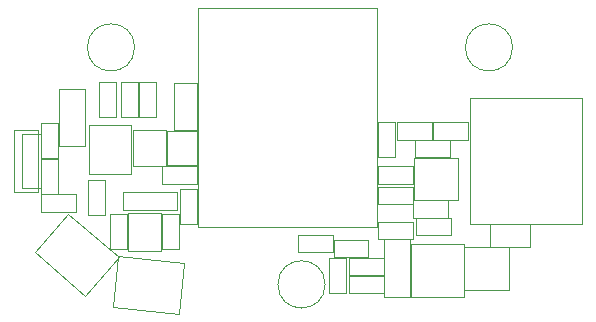
<source format=gbr>
G04 #@! TF.GenerationSoftware,KiCad,Pcbnew,(6.0.0)*
G04 #@! TF.CreationDate,2022-02-21T14:52:47-06:00*
G04 #@! TF.ProjectId,temp sensor,74656d70-2073-4656-9e73-6f722e6b6963,0.3*
G04 #@! TF.SameCoordinates,Original*
G04 #@! TF.FileFunction,Other,User*
%FSLAX45Y45*%
G04 Gerber Fmt 4.5, Leading zero omitted, Abs format (unit mm)*
G04 Created by KiCad (PCBNEW (6.0.0)) date 2022-02-21 14:52:47*
%MOMM*%
%LPD*%
G01*
G04 APERTURE LIST*
%ADD10C,0.050000*%
%ADD11C,0.120000*%
%ADD12C,0.100000*%
G04 APERTURE END LIST*
D10*
G04 #@! TO.C,U5*
X15481308Y-9594002D02*
X15481308Y-9234002D01*
X15481308Y-9234002D02*
X15101308Y-9234002D01*
X15101308Y-9594002D02*
X15481308Y-9594002D01*
X15101308Y-9234002D02*
X15101308Y-9594002D01*
G04 #@! TO.C,U3*
X13004200Y-8996700D02*
X13004200Y-9304700D01*
X12722200Y-8996700D02*
X13004200Y-8996700D01*
X12722200Y-9304700D02*
X12722200Y-8996700D01*
X13004200Y-9304700D02*
X12722200Y-9304700D01*
G04 #@! TO.C,C2*
X14386800Y-10378000D02*
X14386800Y-10082000D01*
X14532800Y-10082000D02*
X14532800Y-10378000D01*
X14386800Y-10082000D02*
X14532800Y-10082000D01*
X14532800Y-10378000D02*
X14386800Y-10378000D01*
G04 #@! TO.C,L2*
X15078300Y-10417100D02*
X15528300Y-10417100D01*
X15528300Y-9967100D02*
X15078300Y-9967100D01*
X15078300Y-9967100D02*
X15078300Y-10417100D01*
X15528300Y-10417100D02*
X15528300Y-9967100D01*
G04 #@! TO.C,R8*
X14847800Y-10081200D02*
X14847800Y-10227200D01*
X14551800Y-10081200D02*
X14847800Y-10081200D01*
X14551800Y-10227200D02*
X14551800Y-10081200D01*
X14847800Y-10227200D02*
X14551800Y-10227200D01*
G04 #@! TO.C,R1*
X14962776Y-9081222D02*
X14962776Y-8935222D01*
X14962776Y-8935222D02*
X15258776Y-8935222D01*
X15258776Y-8935222D02*
X15258776Y-9081222D01*
X15258776Y-9081222D02*
X14962776Y-9081222D01*
G04 #@! TO.C,R3*
X12095500Y-9538000D02*
X11949500Y-9538000D01*
X11949500Y-9242000D02*
X12095500Y-9242000D01*
X12095500Y-9242000D02*
X12095500Y-9538000D01*
X11949500Y-9538000D02*
X11949500Y-9242000D01*
G04 #@! TO.C,R15*
X11949500Y-9238000D02*
X11949500Y-8942000D01*
X12095500Y-9238000D02*
X11949500Y-9238000D01*
X12095500Y-8942000D02*
X12095500Y-9238000D01*
X11949500Y-8942000D02*
X12095500Y-8942000D01*
G04 #@! TO.C,R13*
X14800662Y-9483496D02*
X15096662Y-9483496D01*
X14800662Y-9629496D02*
X14800662Y-9483496D01*
X15096662Y-9483496D02*
X15096662Y-9629496D01*
X15096662Y-9629496D02*
X14800662Y-9629496D01*
G04 #@! TO.C,D1*
X13077500Y-9002500D02*
X13077500Y-8602500D01*
X13077500Y-9002500D02*
X13267500Y-9002500D01*
X13077500Y-8602500D02*
X13267500Y-8602500D01*
X13267500Y-9002500D02*
X13267500Y-8602500D01*
G04 #@! TO.C,U2*
X15912600Y-10353970D02*
X15532600Y-10353970D01*
X15532600Y-10353970D02*
X15532600Y-9993970D01*
X15532600Y-9993970D02*
X15912600Y-9993970D01*
X15912600Y-9993970D02*
X15912600Y-10353970D01*
G04 #@! TO.C,U1*
X13267600Y-9295700D02*
X13267600Y-9005700D01*
X13267600Y-9005700D02*
X13017600Y-9005700D01*
X13017600Y-9005700D02*
X13017600Y-9295700D01*
X13017600Y-9295700D02*
X13267600Y-9295700D01*
G04 #@! TO.C,C8*
X16090720Y-9992824D02*
X15750720Y-9992824D01*
X16090720Y-9796824D02*
X16090720Y-9992824D01*
X15750720Y-9992824D02*
X15750720Y-9796824D01*
X15750720Y-9796824D02*
X16090720Y-9796824D01*
G04 #@! TO.C,R11*
X15101144Y-9594240D02*
X15397144Y-9594240D01*
X15397144Y-9740240D02*
X15101144Y-9740240D01*
X15101144Y-9740240D02*
X15101144Y-9594240D01*
X15397144Y-9594240D02*
X15397144Y-9740240D01*
G04 #@! TO.C,R14*
X11947000Y-9544500D02*
X12243000Y-9544500D01*
X12243000Y-9544500D02*
X12243000Y-9690500D01*
X12243000Y-9690500D02*
X11947000Y-9690500D01*
X11947000Y-9690500D02*
X11947000Y-9544500D01*
G04 #@! TO.C,R12*
X15097424Y-9452966D02*
X14801424Y-9452966D01*
X14801424Y-9452966D02*
X14801424Y-9306966D01*
X14801424Y-9306966D02*
X15097424Y-9306966D01*
X15097424Y-9306966D02*
X15097424Y-9452966D01*
G04 #@! TO.C,JP1*
X13096800Y-9527000D02*
X13096800Y-9673000D01*
X12641800Y-9527000D02*
X13096800Y-9527000D01*
X12641800Y-9673000D02*
X12641800Y-9527000D01*
X13096800Y-9673000D02*
X12641800Y-9673000D01*
G04 #@! TO.C,R17*
X12775600Y-8596300D02*
X12921600Y-8596300D01*
X12921600Y-8596300D02*
X12921600Y-8892300D01*
X12921600Y-8892300D02*
X12775600Y-8892300D01*
X12775600Y-8892300D02*
X12775600Y-8596300D01*
G04 #@! TO.C,R2*
X14946276Y-8935222D02*
X14946276Y-9231222D01*
X14946276Y-9231222D02*
X14800276Y-9231222D01*
X14800276Y-8935222D02*
X14946276Y-8935222D01*
X14800276Y-9231222D02*
X14800276Y-8935222D01*
G04 #@! TO.C,C4*
X13122000Y-9798000D02*
X13122000Y-9502000D01*
X13268000Y-9798000D02*
X13122000Y-9798000D01*
X13122000Y-9502000D02*
X13268000Y-9502000D01*
X13268000Y-9502000D02*
X13268000Y-9798000D01*
G04 #@! TO.C,J1*
X16524696Y-9796396D02*
X16524696Y-8732396D01*
X15582696Y-9796396D02*
X15582696Y-8732396D01*
X15582696Y-8732396D02*
X16524696Y-8732396D01*
X15582696Y-9796396D02*
X16524696Y-9796396D01*
G04 #@! TO.C,R5*
X12677800Y-9712000D02*
X12677800Y-10008000D01*
X12677800Y-10008000D02*
X12531800Y-10008000D01*
X12531800Y-9712000D02*
X12677800Y-9712000D01*
X12531800Y-10008000D02*
X12531800Y-9712000D01*
G04 #@! TO.C,R7*
X12969500Y-9307000D02*
X13265500Y-9307000D01*
X12969500Y-9453000D02*
X12969500Y-9307000D01*
X13265500Y-9307000D02*
X13265500Y-9453000D01*
X13265500Y-9453000D02*
X12969500Y-9453000D01*
G04 #@! TO.C,R19*
X15266498Y-9080856D02*
X15266498Y-8934856D01*
X15266498Y-8934856D02*
X15562498Y-8934856D01*
X15562498Y-8934856D02*
X15562498Y-9080856D01*
X15562498Y-9080856D02*
X15266498Y-9080856D01*
G04 #@! TO.C,C6*
X14801800Y-9775384D02*
X15097800Y-9775384D01*
X15097800Y-9921384D02*
X14801800Y-9921384D01*
X14801800Y-9921384D02*
X14801800Y-9775384D01*
X15097800Y-9775384D02*
X15097800Y-9921384D01*
G04 #@! TO.C,SW2*
X12599151Y-10065629D02*
X13162050Y-10124792D01*
X13162050Y-10124792D02*
X13116581Y-10557409D01*
X12599151Y-10065629D02*
X12553681Y-10498246D01*
X12553681Y-10498246D02*
X13116581Y-10557409D01*
G04 #@! TO.C,R4*
X12971800Y-9712000D02*
X13117800Y-9712000D01*
X13117800Y-9712000D02*
X13117800Y-10008000D01*
X13117800Y-10008000D02*
X12971800Y-10008000D01*
X12971800Y-10008000D02*
X12971800Y-9712000D01*
G04 #@! TO.C,C5*
X12439500Y-8592000D02*
X12585500Y-8592000D01*
X12585500Y-8592000D02*
X12585500Y-8888000D01*
X12439500Y-8888000D02*
X12439500Y-8592000D01*
X12585500Y-8888000D02*
X12439500Y-8888000D01*
G04 #@! TO.C,R9*
X14551800Y-10233600D02*
X14847800Y-10233600D01*
X14847800Y-10379600D02*
X14551800Y-10379600D01*
X14847800Y-10233600D02*
X14847800Y-10379600D01*
X14551800Y-10379600D02*
X14551800Y-10233600D01*
G04 #@! TO.C,Q1*
X12964800Y-9705000D02*
X12684800Y-9705000D01*
X12684800Y-10025000D02*
X12684800Y-9705000D01*
X12964800Y-10025000D02*
X12964800Y-9705000D01*
X12684800Y-10025000D02*
X12964800Y-10025000D01*
G04 #@! TO.C,D2*
X11923000Y-9003000D02*
X11923000Y-9523000D01*
X11923000Y-9523000D02*
X11723000Y-9523000D01*
X11923000Y-9003000D02*
X11723000Y-9003000D01*
X11723000Y-9523000D02*
X11723000Y-9003000D01*
G04 #@! TO.C,C1*
X12492800Y-9718000D02*
X12346800Y-9718000D01*
X12492800Y-9422000D02*
X12492800Y-9718000D01*
X12346800Y-9422000D02*
X12492800Y-9422000D01*
X12346800Y-9718000D02*
X12346800Y-9422000D01*
G04 #@! TO.C,U4*
X12358000Y-9373400D02*
X12708000Y-9373400D01*
X12708000Y-9373400D02*
X12708000Y-8953400D01*
X12708000Y-8953400D02*
X12358000Y-8953400D01*
X12358000Y-8953400D02*
X12358000Y-9373400D01*
G04 #@! TO.C,R16*
X12769200Y-8596300D02*
X12769200Y-8892300D01*
X12769200Y-8892300D02*
X12623200Y-8892300D01*
X12623200Y-8596300D02*
X12769200Y-8596300D01*
X12623200Y-8892300D02*
X12623200Y-8596300D01*
G04 #@! TO.C,R6*
X14424054Y-10074292D02*
X14424054Y-9928292D01*
X14720054Y-9928292D02*
X14720054Y-10074292D01*
X14424054Y-9928292D02*
X14720054Y-9928292D01*
X14720054Y-10074292D02*
X14424054Y-10074292D01*
G04 #@! TO.C,SW1*
X12178906Y-9707545D02*
X12606072Y-10078874D01*
X12606072Y-10078874D02*
X12320686Y-10407173D01*
X12178906Y-9707545D02*
X11893521Y-10035843D01*
X11893521Y-10035843D02*
X12320686Y-10407173D01*
G04 #@! TO.C,R10*
X15407812Y-9085986D02*
X15407812Y-9231986D01*
X15111812Y-9085986D02*
X15407812Y-9085986D01*
X15111812Y-9231986D02*
X15111812Y-9085986D01*
X15407812Y-9231986D02*
X15111812Y-9231986D01*
G04 #@! TO.C,R20*
X15415686Y-9889084D02*
X15119686Y-9889084D01*
X15415686Y-9743084D02*
X15415686Y-9889084D01*
X15119686Y-9743084D02*
X15415686Y-9743084D01*
X15119686Y-9889084D02*
X15119686Y-9743084D01*
D11*
G04 #@! TO.C,D3*
X11948000Y-9487000D02*
X11948000Y-9037000D01*
X11783000Y-9487000D02*
X11948000Y-9487000D01*
X11783000Y-9037000D02*
X11948000Y-9037000D01*
X11783000Y-9487000D02*
X11783000Y-9037000D01*
D12*
G04 #@! TO.C,IC1*
X13273000Y-7964000D02*
X14793000Y-7964000D01*
X14793000Y-7964000D02*
X14793000Y-9824000D01*
X13273000Y-9824000D02*
X13273000Y-7964000D01*
X14793000Y-9824000D02*
X13273000Y-9824000D01*
D10*
G04 #@! TO.C,R21*
X14417800Y-9887000D02*
X14417800Y-10033000D01*
X14121800Y-10033000D02*
X14121800Y-9887000D01*
X14121800Y-9887000D02*
X14417800Y-9887000D01*
X14417800Y-10033000D02*
X14121800Y-10033000D01*
G04 #@! TO.C,H3*
X14353000Y-10306600D02*
G75*
G03*
X14353000Y-10306600I-200000J0D01*
G01*
G04 #@! TO.C,H2*
X15940200Y-8300000D02*
G75*
G03*
X15940200Y-8300000I-200000J0D01*
G01*
G04 #@! TO.C,H1*
X12739800Y-8300000D02*
G75*
G03*
X12739800Y-8300000I-200000J0D01*
G01*
G04 #@! TO.C,C3*
X12321800Y-9139012D02*
X12097800Y-9139012D01*
X12321800Y-8649012D02*
X12321800Y-9139012D01*
X12097800Y-9139012D02*
X12097800Y-8649012D01*
X12097800Y-8649012D02*
X12321800Y-8649012D01*
G04 #@! TO.C,C9*
X14847800Y-10415000D02*
X14847800Y-9925000D01*
X15071800Y-9925000D02*
X15071800Y-10415000D01*
X15071800Y-10415000D02*
X14847800Y-10415000D01*
X14847800Y-9925000D02*
X15071800Y-9925000D01*
G04 #@! TD*
M02*

</source>
